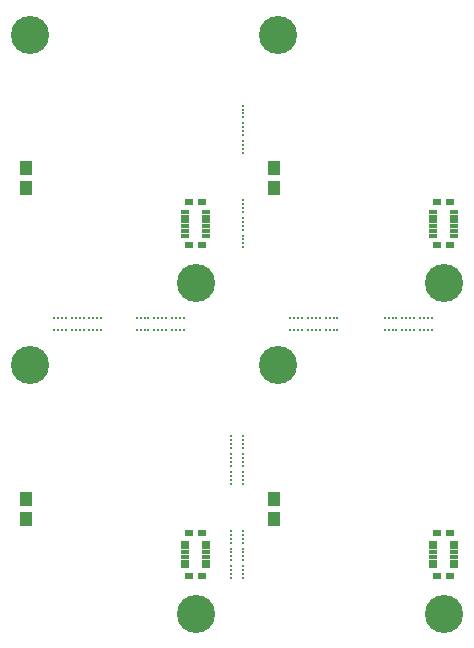
<source format=gbr>
G04 EAGLE Gerber RS-274X export*
G75*
%MOMM*%
%FSLAX34Y34*%
%LPD*%
%INSoldermask Top*%
%IPPOS*%
%AMOC8*
5,1,8,0,0,1.08239X$1,22.5*%
G01*
%ADD10C,3.227000*%
%ADD11C,0.327000*%
%ADD12R,1.127000X1.227000*%
%ADD13R,0.777000X0.357000*%
%ADD14R,0.657000X0.577000*%


D10*
X30000Y240000D03*
X170000Y30000D03*
X30000Y520000D03*
X170000Y310000D03*
X240000Y520000D03*
X380000Y310000D03*
X240000Y240000D03*
X380000Y30000D03*
D11*
X60000Y270000D03*
X50000Y270000D03*
X56700Y270000D03*
X53400Y270000D03*
X90000Y270000D03*
X80000Y270000D03*
X86700Y270000D03*
X83400Y270000D03*
X75000Y270000D03*
X65000Y270000D03*
X71700Y270000D03*
X68400Y270000D03*
X130000Y270000D03*
X120000Y270000D03*
X126700Y270000D03*
X123400Y270000D03*
X160000Y270000D03*
X150000Y270000D03*
X156700Y270000D03*
X153400Y270000D03*
X145000Y270000D03*
X135000Y270000D03*
X141700Y270000D03*
X138400Y270000D03*
X260000Y280000D03*
X250000Y280000D03*
X256700Y280000D03*
X253400Y280000D03*
X260000Y270000D03*
X250000Y270000D03*
X256700Y270000D03*
X253400Y270000D03*
X290000Y280000D03*
X280000Y280000D03*
X286700Y280000D03*
X283400Y280000D03*
X290000Y270000D03*
X280000Y270000D03*
X286700Y270000D03*
X283400Y270000D03*
X275000Y280000D03*
X265000Y280000D03*
X271700Y280000D03*
X268400Y280000D03*
X275000Y270000D03*
X265000Y270000D03*
X271700Y270000D03*
X268400Y270000D03*
X340000Y280000D03*
X330000Y280000D03*
X336700Y280000D03*
X333400Y280000D03*
X340000Y270000D03*
X330000Y270000D03*
X336700Y270000D03*
X333400Y270000D03*
X370000Y280000D03*
X360000Y280000D03*
X366700Y280000D03*
X363400Y280000D03*
X370000Y270000D03*
X360000Y270000D03*
X366700Y270000D03*
X363400Y270000D03*
X355000Y280000D03*
X345000Y280000D03*
X351700Y280000D03*
X348400Y280000D03*
X355000Y270000D03*
X345000Y270000D03*
X351700Y270000D03*
X348400Y270000D03*
X210000Y350000D03*
X210000Y340000D03*
X210000Y346700D03*
X210000Y343400D03*
X210000Y380000D03*
X210000Y370000D03*
X210000Y376700D03*
X210000Y373400D03*
X210000Y365000D03*
X210000Y355000D03*
X210000Y361700D03*
X210000Y358400D03*
X210000Y430000D03*
X210000Y420000D03*
X210000Y426700D03*
X210000Y423400D03*
X210000Y460000D03*
X210000Y450000D03*
X210000Y456700D03*
X210000Y453400D03*
X210000Y445000D03*
X210000Y435000D03*
X210000Y441700D03*
X210000Y438400D03*
X200000Y70000D03*
X200000Y60000D03*
X200000Y66700D03*
X200000Y63400D03*
X210000Y70000D03*
X210000Y60000D03*
X210000Y66700D03*
X210000Y63400D03*
X200000Y100000D03*
X200000Y90000D03*
X200000Y96700D03*
X200000Y93400D03*
X210000Y100000D03*
X210000Y90000D03*
X210000Y96700D03*
X210000Y93400D03*
X200000Y85000D03*
X200000Y75000D03*
X200000Y81700D03*
X200000Y78400D03*
X210000Y85000D03*
X210000Y75000D03*
X210000Y81700D03*
X210000Y78400D03*
X200000Y150000D03*
X200000Y140000D03*
X200000Y146700D03*
X200000Y143400D03*
X210000Y150000D03*
X210000Y140000D03*
X210000Y146700D03*
X210000Y143400D03*
X200000Y180000D03*
X200000Y170000D03*
X200000Y176700D03*
X200000Y173400D03*
X210000Y180000D03*
X210000Y170000D03*
X210000Y176700D03*
X210000Y173400D03*
X200000Y165000D03*
X200000Y155000D03*
X200000Y161700D03*
X200000Y158400D03*
X210000Y165000D03*
X210000Y155000D03*
X210000Y161700D03*
X210000Y158400D03*
X60000Y280000D03*
X50000Y280000D03*
X56700Y280000D03*
X53400Y280000D03*
X90000Y280000D03*
X80000Y280000D03*
X86700Y280000D03*
X83400Y280000D03*
X75000Y280000D03*
X65000Y280000D03*
X71700Y280000D03*
X68400Y280000D03*
X130000Y280000D03*
X120000Y280000D03*
X126700Y280000D03*
X123400Y280000D03*
X160000Y280000D03*
X150000Y280000D03*
X156700Y280000D03*
X153400Y280000D03*
X145000Y280000D03*
X135000Y280000D03*
X141700Y280000D03*
X138400Y280000D03*
D12*
X26400Y110000D03*
X26400Y127000D03*
D13*
X161250Y90000D03*
X161250Y86000D03*
X161250Y82000D03*
X161250Y78000D03*
X161250Y74000D03*
X161250Y70000D03*
X178750Y90000D03*
X178750Y86000D03*
X178750Y82000D03*
X178750Y78000D03*
X178750Y74000D03*
X178750Y70000D03*
D14*
X164350Y62000D03*
X175650Y62000D03*
X164350Y98000D03*
X175650Y98000D03*
D12*
X26400Y390000D03*
X26400Y407000D03*
D13*
X161250Y370000D03*
X161250Y366000D03*
X161250Y362000D03*
X161250Y358000D03*
X161250Y354000D03*
X161250Y350000D03*
X178750Y370000D03*
X178750Y366000D03*
X178750Y362000D03*
X178750Y358000D03*
X178750Y354000D03*
X178750Y350000D03*
D14*
X164350Y342000D03*
X175650Y342000D03*
X164350Y378000D03*
X175650Y378000D03*
D12*
X236400Y390000D03*
X236400Y407000D03*
D13*
X371250Y370000D03*
X371250Y366000D03*
X371250Y362000D03*
X371250Y358000D03*
X371250Y354000D03*
X371250Y350000D03*
X388750Y370000D03*
X388750Y366000D03*
X388750Y362000D03*
X388750Y358000D03*
X388750Y354000D03*
X388750Y350000D03*
D14*
X374350Y342000D03*
X385650Y342000D03*
X374350Y378000D03*
X385650Y378000D03*
D12*
X236400Y110000D03*
X236400Y127000D03*
D13*
X371250Y90000D03*
X371250Y86000D03*
X371250Y82000D03*
X371250Y78000D03*
X371250Y74000D03*
X371250Y70000D03*
X388750Y90000D03*
X388750Y86000D03*
X388750Y82000D03*
X388750Y78000D03*
X388750Y74000D03*
X388750Y70000D03*
D14*
X374350Y62000D03*
X385650Y62000D03*
X374350Y98000D03*
X385650Y98000D03*
M02*

</source>
